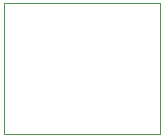
<source format=gbr>
%TF.GenerationSoftware,KiCad,Pcbnew,9.0.5*%
%TF.CreationDate,2025-10-18T11:17:36+02:00*%
%TF.ProjectId,Source_VAS,536f7572-6365-45f5-9641-532e6b696361,rev?*%
%TF.SameCoordinates,Original*%
%TF.FileFunction,Profile,NP*%
%FSLAX46Y46*%
G04 Gerber Fmt 4.6, Leading zero omitted, Abs format (unit mm)*
G04 Created by KiCad (PCBNEW 9.0.5) date 2025-10-18 11:17:36*
%MOMM*%
%LPD*%
G01*
G04 APERTURE LIST*
%TA.AperFunction,Profile*%
%ADD10C,0.050000*%
%TD*%
G04 APERTURE END LIST*
D10*
X111800000Y-65400000D02*
X125000000Y-65400000D01*
X125000000Y-76500000D01*
X111800000Y-76500000D01*
X111800000Y-65400000D01*
M02*

</source>
